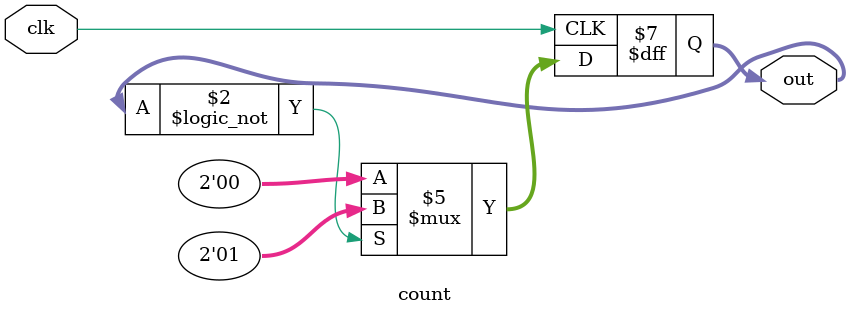
<source format=v>
module top_module(input d0, input d1, input clk, output reg out);
  wire [1:0] t;
  count c1(clk,t); 
  always@(posedge clk)begin  
    if(t == 2'b00) begin
      out = d0;
    end
    else if(t == 2'b01) begin
      out = d1;
    end
  end
endmodule


module count(input clk, output reg [1:0] out);
  initial begin
    out = 2'b00;
  end
  always@(posedge clk) begin
    if(out == 2'b00) begin
      out = 2'b01;
    end
    else begin
      out = 2'b00;
    end
  end
endmodule

</source>
